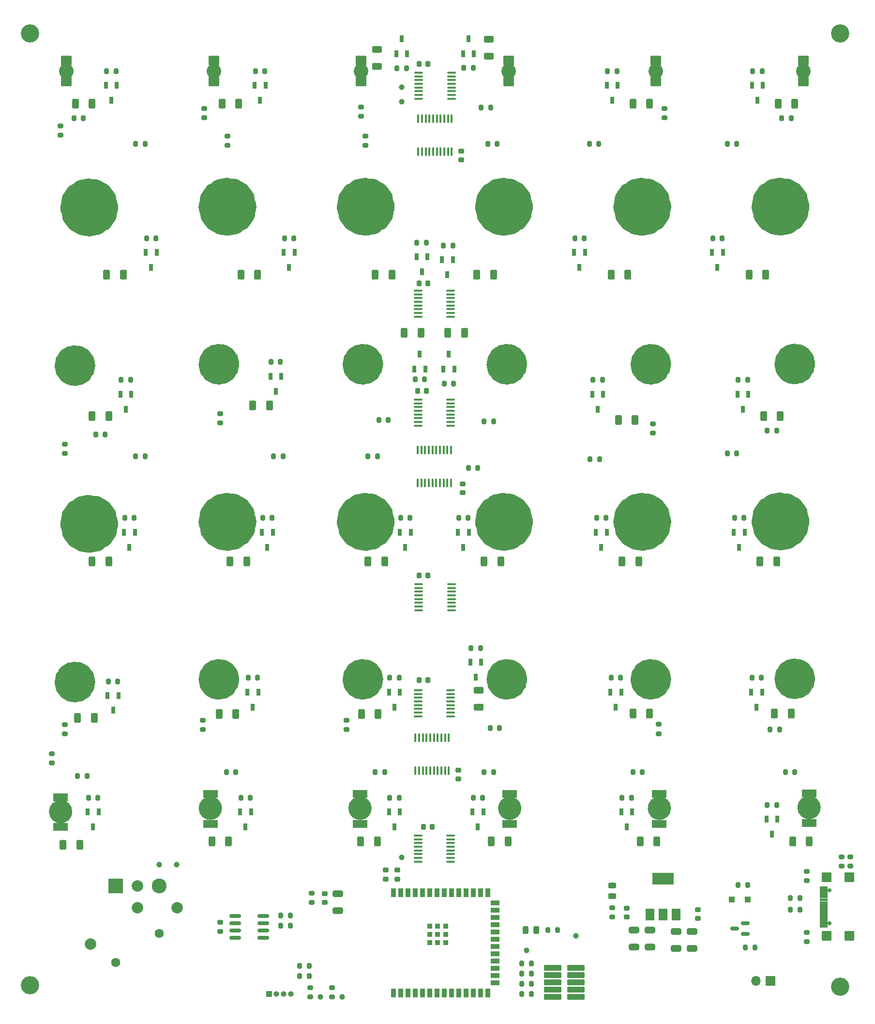
<source format=gbr>
%TF.GenerationSoftware,KiCad,Pcbnew,7.0.7*%
%TF.CreationDate,2024-03-09T11:29:05+01:00*%
%TF.ProjectId,button-board,62757474-6f6e-42d6-926f-6172642e6b69,rev?*%
%TF.SameCoordinates,Original*%
%TF.FileFunction,Soldermask,Bot*%
%TF.FilePolarity,Negative*%
%FSLAX46Y46*%
G04 Gerber Fmt 4.6, Leading zero omitted, Abs format (unit mm)*
G04 Created by KiCad (PCBNEW 7.0.7) date 2024-03-09 11:29:05*
%MOMM*%
%LPD*%
G01*
G04 APERTURE LIST*
G04 Aperture macros list*
%AMRoundRect*
0 Rectangle with rounded corners*
0 $1 Rounding radius*
0 $2 $3 $4 $5 $6 $7 $8 $9 X,Y pos of 4 corners*
0 Add a 4 corners polygon primitive as box body*
4,1,4,$2,$3,$4,$5,$6,$7,$8,$9,$2,$3,0*
0 Add four circle primitives for the rounded corners*
1,1,$1+$1,$2,$3*
1,1,$1+$1,$4,$5*
1,1,$1+$1,$6,$7*
1,1,$1+$1,$8,$9*
0 Add four rect primitives between the rounded corners*
20,1,$1+$1,$2,$3,$4,$5,0*
20,1,$1+$1,$4,$5,$6,$7,0*
20,1,$1+$1,$6,$7,$8,$9,0*
20,1,$1+$1,$8,$9,$2,$3,0*%
%AMFreePoly0*
4,1,43,0.523063,1.365106,0.538902,1.365106,0.551715,1.355796,0.566779,1.350902,0.576088,1.338088,0.588902,1.328779,0.593796,1.313715,0.603106,1.300902,0.603106,1.285062,0.608000,1.270000,0.608000,-1.270000,0.603106,-1.285062,0.603106,-1.300902,0.593796,-1.313715,0.588902,-1.328779,0.576088,-1.338088,0.566779,-1.350902,0.551715,-1.355796,0.538902,-1.365106,0.523063,-1.365106,
0.508000,-1.370000,-0.254000,-1.370000,-0.270926,-1.364500,-0.288710,-1.363783,-0.299590,-1.355187,-0.312779,-1.350902,-0.323241,-1.336501,-0.337205,-1.325470,-0.845205,-0.563470,-0.853042,-0.535569,-0.862000,-0.508000,-0.862000,0.508000,-0.853042,0.535569,-0.845205,0.563470,-0.337205,1.325470,-0.323241,1.336501,-0.312779,1.350902,-0.299590,1.355187,-0.288710,1.363783,-0.270926,1.364500,
-0.254000,1.370000,0.508000,1.370000,0.523063,1.365106,0.523063,1.365106,$1*%
G04 Aperture macros list end*
%ADD10C,2.060000*%
%ADD11C,3.560000*%
%ADD12C,5.060000*%
%ADD13C,0.010000*%
%ADD14FreePoly0,90.000000*%
%ADD15FreePoly0,270.000000*%
%ADD16C,1.600000*%
%ADD17RoundRect,0.102000X1.200000X1.200000X-1.200000X1.200000X-1.200000X-1.200000X1.200000X-1.200000X0*%
%ADD18C,2.004000*%
%ADD19C,2.604000*%
%ADD20C,2.540000*%
%ADD21C,0.700000*%
%ADD22RoundRect,0.102000X-0.750000X0.750000X-0.750000X-0.750000X0.750000X-0.750000X0.750000X0.750000X0*%
%ADD23R,0.900000X0.900000*%
%ADD24R,0.900000X1.500000*%
%ADD25R,1.500000X0.900000*%
%ADD26RoundRect,0.100000X-0.100000X0.637500X-0.100000X-0.637500X0.100000X-0.637500X0.100000X0.637500X0*%
%ADD27C,3.200000*%
%ADD28RoundRect,0.102000X-1.395000X0.370000X-1.395000X-0.370000X1.395000X-0.370000X1.395000X0.370000X0*%
%ADD29RoundRect,0.102000X0.800000X-0.750000X0.800000X0.750000X-0.800000X0.750000X-0.800000X-0.750000X0*%
%ADD30RoundRect,0.229659X1.070341X-0.470341X1.070341X0.470341X-1.070341X0.470341X-1.070341X-0.470341X0*%
%ADD31RoundRect,0.225000X0.250000X-0.225000X0.250000X0.225000X-0.250000X0.225000X-0.250000X-0.225000X0*%
%ADD32RoundRect,0.225000X-0.250000X0.225000X-0.250000X-0.225000X0.250000X-0.225000X0.250000X0.225000X0*%
%ADD33RoundRect,0.225000X-0.225000X-0.250000X0.225000X-0.250000X0.225000X0.250000X-0.225000X0.250000X0*%
%ADD34RoundRect,0.200000X-0.275000X0.200000X-0.275000X-0.200000X0.275000X-0.200000X0.275000X0.200000X0*%
%ADD35R,0.650000X1.220000*%
%ADD36RoundRect,0.200000X0.275000X-0.200000X0.275000X0.200000X-0.275000X0.200000X-0.275000X-0.200000X0*%
%ADD37RoundRect,0.200000X-0.200000X-0.275000X0.200000X-0.275000X0.200000X0.275000X-0.200000X0.275000X0*%
%ADD38RoundRect,0.200000X0.200000X0.275000X-0.200000X0.275000X-0.200000X-0.275000X0.200000X-0.275000X0*%
%ADD39RoundRect,0.100000X0.637500X0.100000X-0.637500X0.100000X-0.637500X-0.100000X0.637500X-0.100000X0*%
%ADD40RoundRect,0.250000X0.312500X0.625000X-0.312500X0.625000X-0.312500X-0.625000X0.312500X-0.625000X0*%
%ADD41RoundRect,0.250000X0.625000X-0.312500X0.625000X0.312500X-0.625000X0.312500X-0.625000X-0.312500X0*%
%ADD42RoundRect,0.250000X-0.312500X-0.625000X0.312500X-0.625000X0.312500X0.625000X-0.312500X0.625000X0*%
%ADD43C,1.000000*%
%ADD44RoundRect,0.250000X-0.650000X0.325000X-0.650000X-0.325000X0.650000X-0.325000X0.650000X0.325000X0*%
%ADD45R,1.500000X2.000000*%
%ADD46R,3.800000X2.000000*%
%ADD47RoundRect,0.150000X0.825000X0.150000X-0.825000X0.150000X-0.825000X-0.150000X0.825000X-0.150000X0*%
%ADD48RoundRect,0.150000X0.587500X0.150000X-0.587500X0.150000X-0.587500X-0.150000X0.587500X-0.150000X0*%
%ADD49RoundRect,0.243750X-0.243750X-0.456250X0.243750X-0.456250X0.243750X0.456250X-0.243750X0.456250X0*%
%ADD50O,1.700000X1.700000*%
%ADD51R,1.700000X1.700000*%
%ADD52RoundRect,0.243750X-0.456250X0.243750X-0.456250X-0.243750X0.456250X-0.243750X0.456250X0.243750X0*%
%ADD53RoundRect,0.250000X-0.300000X-0.300000X0.300000X-0.300000X0.300000X0.300000X-0.300000X0.300000X0*%
%ADD54R,1.000000X1.000000*%
%ADD55O,1.000000X1.000000*%
G04 APERTURE END LIST*
%TO.C,P5*%
D10*
X111139478Y30913200D02*
G75*
G03*
X111139478Y30913200I-1030000J0D01*
G01*
%TO.C,P6*%
X137326400Y31038800D02*
G75*
G03*
X137326400Y31038800I-1030000J0D01*
G01*
%TO.C,P1*%
X6391802Y30327600D02*
G75*
G03*
X6391802Y30327600I-1030000J0D01*
G01*
%TO.C,P3*%
X58765640Y30913200D02*
G75*
G03*
X58765640Y30913200I-1030000J0D01*
G01*
%TO.C,P4*%
X84952559Y30913200D02*
G75*
G03*
X84952559Y30913200I-1030000J0D01*
G01*
%TO.C,P2*%
X32578721Y30913200D02*
G75*
G03*
X32578721Y30913200I-1030000J0D01*
G01*
%TO.C,P9*%
D11*
X60015640Y53449765D02*
G75*
G03*
X60015640Y53449765I-1780000J0D01*
G01*
%TO.C,P7*%
X9641802Y52981285D02*
G75*
G03*
X9641802Y52981285I-1780000J0D01*
G01*
%TO.C,P11*%
X110389478Y53449765D02*
G75*
G03*
X110389478Y53449765I-1780000J0D01*
G01*
%TO.C,P12*%
X135576400Y53550245D02*
G75*
G03*
X135576400Y53550245I-1780000J0D01*
G01*
%TO.C,P10*%
X85202559Y53449765D02*
G75*
G03*
X85202559Y53449765I-1780000J0D01*
G01*
%TO.C,P8*%
X34828721Y53449765D02*
G75*
G03*
X34828721Y53449765I-1780000J0D01*
G01*
%TO.C,P18*%
D12*
X133826402Y81061684D02*
G75*
G03*
X133826402Y81061684I-2530000J0D01*
G01*
%TO.C,P17*%
X109639480Y80986324D02*
G75*
G03*
X109639480Y80986324I-2530000J0D01*
G01*
%TO.C,P16*%
X85452560Y80986324D02*
G75*
G03*
X85452560Y80986324I-2530000J0D01*
G01*
%TO.C,P15*%
X61265640Y80986324D02*
G75*
G03*
X61265640Y80986324I-2530000J0D01*
G01*
%TO.C,P14*%
X37078720Y80986324D02*
G75*
G03*
X37078720Y80986324I-2530000J0D01*
G01*
%TO.C,P13*%
X12891800Y80634964D02*
G75*
G03*
X12891800Y80634964I-2530000J0D01*
G01*
%TO.C,P24*%
D11*
X135576400Y108573123D02*
G75*
G03*
X135576400Y108573123I-1780000J0D01*
G01*
%TO.C,P23*%
X110389478Y108522883D02*
G75*
G03*
X110389478Y108522883I-1780000J0D01*
G01*
%TO.C,P22*%
X85202559Y108522883D02*
G75*
G03*
X85202559Y108522883I-1780000J0D01*
G01*
%TO.C,P21*%
X60015640Y108522883D02*
G75*
G03*
X60015640Y108522883I-1780000J0D01*
G01*
%TO.C,P20*%
X34828721Y108522883D02*
G75*
G03*
X34828721Y108522883I-1780000J0D01*
G01*
%TO.C,P19*%
X9641802Y108288643D02*
G75*
G03*
X9641802Y108288643I-1780000J0D01*
G01*
%TO.C,P29*%
D12*
X109639480Y136059442D02*
G75*
G03*
X109639480Y136059442I-2530000J0D01*
G01*
%TO.C,P26*%
X37078720Y136059442D02*
G75*
G03*
X37078720Y136059442I-2530000J0D01*
G01*
%TO.C,P27*%
X61265640Y136059442D02*
G75*
G03*
X61265640Y136059442I-2530000J0D01*
G01*
%TO.C,P30*%
X133826402Y136084562D02*
G75*
G03*
X133826402Y136084562I-2530000J0D01*
G01*
%TO.C,P28*%
X85452560Y136059442D02*
G75*
G03*
X85452560Y136059442I-2530000J0D01*
G01*
%TO.C,P25*%
X12891800Y135942322D02*
G75*
G03*
X12891800Y135942322I-2530000J0D01*
G01*
%TO.C,J2*%
D13*
X139439000Y16566000D02*
X138189000Y16566000D01*
X138189000Y17266000D01*
X139439000Y17266000D01*
X139439000Y16566000D01*
G36*
X139439000Y16566000D02*
G01*
X138189000Y16566000D01*
X138189000Y17266000D01*
X139439000Y17266000D01*
X139439000Y16566000D01*
G37*
X139439000Y15766000D02*
X138189000Y15766000D01*
X138189000Y16466000D01*
X139439000Y16466000D01*
X139439000Y15766000D01*
G36*
X139439000Y15766000D02*
G01*
X138189000Y15766000D01*
X138189000Y16466000D01*
X139439000Y16466000D01*
X139439000Y15766000D01*
G37*
X139439000Y15266000D02*
X138189000Y15266000D01*
X138189000Y15666000D01*
X139439000Y15666000D01*
X139439000Y15266000D01*
G36*
X139439000Y15266000D02*
G01*
X138189000Y15266000D01*
X138189000Y15666000D01*
X139439000Y15666000D01*
X139439000Y15266000D01*
G37*
X139439000Y14766000D02*
X138189000Y14766000D01*
X138189000Y15166000D01*
X139439000Y15166000D01*
X139439000Y14766000D01*
G36*
X139439000Y14766000D02*
G01*
X138189000Y14766000D01*
X138189000Y15166000D01*
X139439000Y15166000D01*
X139439000Y14766000D01*
G37*
X139439000Y14266000D02*
X138189000Y14266000D01*
X138189000Y14666000D01*
X139439000Y14666000D01*
X139439000Y14266000D01*
G36*
X139439000Y14266000D02*
G01*
X138189000Y14266000D01*
X138189000Y14666000D01*
X139439000Y14666000D01*
X139439000Y14266000D01*
G37*
X139439000Y13766000D02*
X138189000Y13766000D01*
X138189000Y14166000D01*
X139439000Y14166000D01*
X139439000Y13766000D01*
G36*
X139439000Y13766000D02*
G01*
X138189000Y13766000D01*
X138189000Y14166000D01*
X139439000Y14166000D01*
X139439000Y13766000D01*
G37*
X139439000Y13266000D02*
X138189000Y13266000D01*
X138189000Y13666000D01*
X139439000Y13666000D01*
X139439000Y13266000D01*
G36*
X139439000Y13266000D02*
G01*
X138189000Y13266000D01*
X138189000Y13666000D01*
X139439000Y13666000D01*
X139439000Y13266000D01*
G37*
X139439000Y12766000D02*
X138189000Y12766000D01*
X138189000Y13166000D01*
X139439000Y13166000D01*
X139439000Y12766000D01*
G36*
X139439000Y12766000D02*
G01*
X138189000Y12766000D01*
X138189000Y13166000D01*
X139439000Y13166000D01*
X139439000Y12766000D01*
G37*
X139439000Y12266000D02*
X138189000Y12266000D01*
X138189000Y12666000D01*
X139439000Y12666000D01*
X139439000Y12266000D01*
G36*
X139439000Y12266000D02*
G01*
X138189000Y12266000D01*
X138189000Y12666000D01*
X139439000Y12666000D01*
X139439000Y12266000D01*
G37*
X139439000Y11766000D02*
X138189000Y11766000D01*
X138189000Y12166000D01*
X139439000Y12166000D01*
X139439000Y11766000D01*
G36*
X139439000Y11766000D02*
G01*
X138189000Y11766000D01*
X138189000Y12166000D01*
X139439000Y12166000D01*
X139439000Y11766000D01*
G37*
X139439000Y10966000D02*
X138189000Y10966000D01*
X138189000Y11666000D01*
X139439000Y11666000D01*
X139439000Y10966000D01*
G36*
X139439000Y10966000D02*
G01*
X138189000Y10966000D01*
X138189000Y11666000D01*
X139439000Y11666000D01*
X139439000Y10966000D01*
G37*
X139439000Y10166000D02*
X138189000Y10166000D01*
X138189000Y10866000D01*
X139439000Y10866000D01*
X139439000Y10166000D01*
G36*
X139439000Y10166000D02*
G01*
X138189000Y10166000D01*
X138189000Y10866000D01*
X139439000Y10866000D01*
X139439000Y10166000D01*
G37*
%TD*%
D14*
%TO.C,D22*%
X7861802Y105824643D03*
D15*
X7861802Y110650643D03*
%TD*%
D14*
%TO.C,D27*%
X133796400Y106120000D03*
D15*
X133796400Y110946000D03*
%TD*%
D14*
%TO.C,D26*%
X108609478Y106058883D03*
D15*
X108609478Y110884883D03*
%TD*%
D14*
%TO.C,D25*%
X83422559Y106058883D03*
D15*
X83422559Y110884883D03*
%TD*%
D14*
%TO.C,D24*%
X58235640Y106058883D03*
D15*
X58235640Y110884883D03*
%TD*%
D14*
%TO.C,D23*%
X33048721Y106058883D03*
D15*
X33048721Y110884883D03*
%TD*%
D16*
%TO.C,J5*%
X22606000Y9063500D03*
X14986000Y3983500D03*
D17*
X14986000Y17323500D03*
D18*
X18796000Y13513500D03*
X18796000Y17323500D03*
X25776000Y13513500D03*
D19*
X22606000Y17323500D03*
D18*
X10546000Y7153500D03*
%TD*%
D20*
%TO.C,P33*%
X57935640Y159766000D03*
%TD*%
%TO.C,P31*%
X6361802Y159766000D03*
%TD*%
%TO.C,P36*%
X135296400Y159766000D03*
%TD*%
%TO.C,P32*%
X32148721Y159766000D03*
%TD*%
%TO.C,P34*%
X83722559Y159766000D03*
%TD*%
%TO.C,P35*%
X109509478Y159766000D03*
%TD*%
D21*
%TO.C,J2*%
X139889000Y16606000D03*
X139889000Y10826000D03*
D22*
X139389000Y18836000D03*
X143319000Y18836000D03*
X139389000Y8596000D03*
X143319000Y8596000D03*
%TD*%
D23*
%TO.C,U2*%
X72698000Y7466000D03*
X71298000Y7466000D03*
X69898000Y7466000D03*
X72698000Y8866000D03*
X71298000Y8866000D03*
X69898000Y8866000D03*
X69898000Y8866000D03*
X72698000Y10266000D03*
X72698000Y10266000D03*
X71298000Y10266000D03*
X69898000Y10266000D03*
D24*
X63578000Y-1384000D03*
X64848000Y-1384000D03*
X66118000Y-1384000D03*
X67388000Y-1384000D03*
X68658000Y-1384000D03*
X69928000Y-1384000D03*
X71198000Y-1384000D03*
X72468000Y-1384000D03*
X73738000Y-1384000D03*
X75008000Y-1384000D03*
X76278000Y-1384000D03*
X77548000Y-1384000D03*
X78818000Y-1384000D03*
X80088000Y-1384000D03*
D25*
X81338000Y381000D03*
X81338000Y1651000D03*
X81338000Y2921000D03*
X81338000Y4191000D03*
X81338000Y5461000D03*
X81338000Y6731000D03*
X81338000Y8001000D03*
X81338000Y9271000D03*
X81338000Y10541000D03*
X81338000Y11811000D03*
X81338000Y13081000D03*
X81338000Y14351000D03*
D24*
X80088000Y16116000D03*
X78818000Y16116000D03*
X77548000Y16116000D03*
X76278000Y16116000D03*
X75008000Y16116000D03*
X73738000Y16116000D03*
X72468000Y16116000D03*
X71198000Y16116000D03*
X69928000Y16116000D03*
X68658000Y16116000D03*
X67388000Y16116000D03*
X66118000Y16116000D03*
X64848000Y16116000D03*
X63578000Y16116000D03*
%TD*%
D26*
%TO.C,U10*%
X67433000Y43248500D03*
X68083000Y43248500D03*
X68733000Y43248500D03*
X69383000Y43248500D03*
X70033000Y43248500D03*
X70683000Y43248500D03*
X71333000Y43248500D03*
X71983000Y43248500D03*
X72633000Y43248500D03*
X73283000Y43248500D03*
X73283000Y37523500D03*
X72633000Y37523500D03*
X71983000Y37523500D03*
X71333000Y37523500D03*
X70683000Y37523500D03*
X70033000Y37523500D03*
X69383000Y37523500D03*
X68733000Y37523500D03*
X68083000Y37523500D03*
X67433000Y37523500D03*
%TD*%
D27*
%TO.C,H2*%
X141732000Y166370000D03*
%TD*%
D28*
%TO.C,J3*%
X91437000Y-2032000D03*
X95507000Y-2032000D03*
X91437000Y-762000D03*
X95507000Y-762000D03*
X91437000Y508000D03*
X95507000Y508000D03*
X91437000Y1778000D03*
X95507000Y1778000D03*
X91437000Y3048000D03*
X95507000Y3048000D03*
%TD*%
D29*
%TO.C,D39*%
X135296400Y157966000D03*
X135296400Y161566000D03*
%TD*%
%TO.C,D38*%
X109509478Y157966000D03*
X109509478Y161566000D03*
%TD*%
%TO.C,D37*%
X83722559Y157966000D03*
X83722559Y161566000D03*
%TD*%
%TO.C,D36*%
X57935640Y157966000D03*
X57935640Y161566000D03*
%TD*%
%TO.C,D35*%
X32148721Y157966000D03*
X32148721Y161566000D03*
%TD*%
%TO.C,D34*%
X6361802Y157966000D03*
X6361802Y161566000D03*
%TD*%
D30*
%TO.C,D15*%
X133796400Y50850245D03*
X133796400Y56050245D03*
%TD*%
%TO.C,D14*%
X108609478Y50749765D03*
X108609478Y55949765D03*
%TD*%
%TO.C,D13*%
X83422559Y50749765D03*
X83422559Y55949765D03*
%TD*%
%TO.C,D12*%
X58235640Y50749765D03*
X58235640Y55949765D03*
%TD*%
%TO.C,D11*%
X33048721Y50749765D03*
X33048721Y55949765D03*
%TD*%
%TO.C,D10*%
X7874000Y50281285D03*
X7874000Y55481285D03*
%TD*%
%TO.C,D33*%
X131296402Y133384562D03*
X131296402Y138584562D03*
%TD*%
%TO.C,D32*%
X107109480Y133359442D03*
X107109480Y138559442D03*
%TD*%
%TO.C,D31*%
X82922560Y133359442D03*
X82922560Y138559442D03*
%TD*%
%TO.C,D30*%
X58735640Y133359442D03*
X58735640Y138559442D03*
%TD*%
%TO.C,D29*%
X34548720Y133359442D03*
X34548720Y138559442D03*
%TD*%
%TO.C,D28*%
X10361800Y133242322D03*
X10361800Y138442322D03*
%TD*%
%TO.C,D21*%
X131296402Y78361684D03*
X131296402Y83561684D03*
%TD*%
%TO.C,D20*%
X107109480Y78286324D03*
X107109480Y83486324D03*
%TD*%
%TO.C,D19*%
X82922560Y78286324D03*
X82922560Y83486324D03*
%TD*%
%TO.C,D18*%
X58735640Y78286324D03*
X58735640Y83486324D03*
%TD*%
%TO.C,D17*%
X34548720Y78286324D03*
X34548720Y83486324D03*
%TD*%
%TO.C,D16*%
X10361800Y77934964D03*
X10361800Y83134964D03*
%TD*%
%TO.C,D4*%
X5361802Y32827600D03*
X5361802Y27627600D03*
%TD*%
%TO.C,D7*%
X83922559Y28213200D03*
X83922559Y33413200D03*
%TD*%
%TO.C,D9*%
X136296400Y28338800D03*
X136296400Y33538800D03*
%TD*%
%TO.C,D8*%
X110109478Y28213200D03*
X110109478Y33413200D03*
%TD*%
%TO.C,D6*%
X57735640Y28213200D03*
X57735640Y33413200D03*
%TD*%
%TO.C,D5*%
X31548721Y33413200D03*
X31548721Y28213200D03*
%TD*%
D31*
%TO.C,C9*%
X64247000Y20092000D03*
X64247000Y18542000D03*
%TD*%
%TO.C,C7*%
X62245000Y18542000D03*
X62245000Y20092000D03*
%TD*%
D32*
%TO.C,C19*%
X75438000Y145809000D03*
X75438000Y144259000D03*
%TD*%
%TO.C,C18*%
X75692000Y87643000D03*
X75692000Y86093000D03*
%TD*%
%TO.C,C17*%
X74930000Y37605000D03*
X74930000Y36055000D03*
%TD*%
D33*
%TO.C,C16*%
X68059000Y161036000D03*
X69609000Y161036000D03*
%TD*%
%TO.C,C15*%
X68059000Y122682000D03*
X69609000Y122682000D03*
%TD*%
%TO.C,C14*%
X67805000Y103886000D03*
X69355000Y103886000D03*
%TD*%
%TO.C,C13*%
X68059000Y71628000D03*
X69609000Y71628000D03*
%TD*%
%TO.C,C12*%
X68059000Y53340000D03*
X69609000Y53340000D03*
%TD*%
%TO.C,C11*%
X68821000Y27686000D03*
X70371000Y27686000D03*
%TD*%
D34*
%TO.C,R1*%
X143510000Y20765000D03*
X143510000Y22415000D03*
%TD*%
%TO.C,R135*%
X33274000Y10985000D03*
X33274000Y9335000D03*
%TD*%
D35*
%TO.C,Q34*%
X65974000Y162774000D03*
X64074000Y162774000D03*
X65024000Y165394000D03*
%TD*%
D36*
%TO.C,R106*%
X109982000Y43942000D03*
X109982000Y45592000D03*
%TD*%
D26*
%TO.C,U12*%
X67941000Y151452500D03*
X68591000Y151452500D03*
X69241000Y151452500D03*
X69891000Y151452500D03*
X70541000Y151452500D03*
X71191000Y151452500D03*
X71841000Y151452500D03*
X72491000Y151452500D03*
X73141000Y151452500D03*
X73791000Y151452500D03*
X73791000Y145727500D03*
X73141000Y145727500D03*
X72491000Y145727500D03*
X71841000Y145727500D03*
X71191000Y145727500D03*
X70541000Y145727500D03*
X69891000Y145727500D03*
X69241000Y145727500D03*
X68591000Y145727500D03*
X67941000Y145727500D03*
%TD*%
D36*
%TO.C,R134*%
X5334000Y148527000D03*
X5334000Y150177000D03*
%TD*%
D37*
%TO.C,R133*%
X131509000Y151511000D03*
X133159000Y151511000D03*
%TD*%
D36*
%TO.C,R132*%
X110998000Y151575000D03*
X110998000Y153225000D03*
%TD*%
D37*
%TO.C,R131*%
X78931000Y153416000D03*
X80581000Y153416000D03*
%TD*%
D36*
%TO.C,R130*%
X57912000Y153479000D03*
X57912000Y151829000D03*
%TD*%
%TO.C,R129*%
X30480000Y151575000D03*
X30480000Y153225000D03*
%TD*%
D38*
%TO.C,R128*%
X9334000Y151511000D03*
X7684000Y151511000D03*
%TD*%
D37*
%TO.C,R127*%
X121984000Y147066000D03*
X123634000Y147066000D03*
%TD*%
%TO.C,R126*%
X97854000Y147066000D03*
X99504000Y147066000D03*
%TD*%
%TO.C,R125*%
X80074000Y147066000D03*
X81724000Y147066000D03*
%TD*%
D34*
%TO.C,R124*%
X58674000Y148399000D03*
X58674000Y146749000D03*
%TD*%
%TO.C,R123*%
X34544000Y148399000D03*
X34544000Y146749000D03*
%TD*%
D38*
%TO.C,R122*%
X20129000Y147066000D03*
X18479000Y147066000D03*
%TD*%
D39*
%TO.C,U9*%
X67876500Y121401000D03*
X67876500Y120751000D03*
X67876500Y120101000D03*
X67876500Y119451000D03*
X67876500Y118801000D03*
X67876500Y118151000D03*
X67876500Y117501000D03*
X67876500Y116851000D03*
X73601500Y116851000D03*
X73601500Y117501000D03*
X73601500Y118151000D03*
X73601500Y118801000D03*
X73601500Y119451000D03*
X73601500Y120101000D03*
X73601500Y120751000D03*
X73601500Y121401000D03*
%TD*%
%TO.C,U7*%
X73728500Y70093000D03*
X73728500Y69443000D03*
X73728500Y68793000D03*
X73728500Y68143000D03*
X73728500Y67493000D03*
X73728500Y66843000D03*
X73728500Y66193000D03*
X73728500Y65543000D03*
X68003500Y65543000D03*
X68003500Y66193000D03*
X68003500Y66843000D03*
X68003500Y67493000D03*
X68003500Y68143000D03*
X68003500Y68793000D03*
X68003500Y69443000D03*
X68003500Y70093000D03*
%TD*%
%TO.C,U8*%
X73728500Y159501000D03*
X73728500Y158851000D03*
X73728500Y158201000D03*
X73728500Y157551000D03*
X73728500Y156901000D03*
X73728500Y156251000D03*
X73728500Y155601000D03*
X73728500Y154951000D03*
X68003500Y154951000D03*
X68003500Y155601000D03*
X68003500Y156251000D03*
X68003500Y156901000D03*
X68003500Y157551000D03*
X68003500Y158201000D03*
X68003500Y158851000D03*
X68003500Y159501000D03*
%TD*%
%TO.C,U6*%
X73601500Y102351000D03*
X73601500Y101701000D03*
X73601500Y101051000D03*
X73601500Y100401000D03*
X73601500Y99751000D03*
X73601500Y99101000D03*
X73601500Y98451000D03*
X73601500Y97801000D03*
X67876500Y97801000D03*
X67876500Y98451000D03*
X67876500Y99101000D03*
X67876500Y99751000D03*
X67876500Y100401000D03*
X67876500Y101051000D03*
X67876500Y101701000D03*
X67876500Y102351000D03*
%TD*%
D26*
%TO.C,U11*%
X67814000Y93540500D03*
X68464000Y93540500D03*
X69114000Y93540500D03*
X69764000Y93540500D03*
X70414000Y93540500D03*
X71064000Y93540500D03*
X71714000Y93540500D03*
X72364000Y93540500D03*
X73014000Y93540500D03*
X73664000Y93540500D03*
X73664000Y87815500D03*
X73014000Y87815500D03*
X72364000Y87815500D03*
X71714000Y87815500D03*
X71064000Y87815500D03*
X70414000Y87815500D03*
X69764000Y87815500D03*
X69114000Y87815500D03*
X68464000Y87815500D03*
X67814000Y87815500D03*
%TD*%
D39*
%TO.C,U4*%
X67876500Y51551000D03*
X67876500Y50901000D03*
X67876500Y50251000D03*
X67876500Y49601000D03*
X67876500Y48951000D03*
X67876500Y48301000D03*
X67876500Y47651000D03*
X67876500Y47001000D03*
X73601500Y47001000D03*
X73601500Y47651000D03*
X73601500Y48301000D03*
X73601500Y48951000D03*
X73601500Y49601000D03*
X73601500Y50251000D03*
X73601500Y50901000D03*
X73601500Y51551000D03*
%TD*%
D40*
%TO.C,R95*%
X133796500Y154051000D03*
X130871500Y154051000D03*
%TD*%
D37*
%TO.C,R94*%
X126429000Y159766000D03*
X128079000Y159766000D03*
%TD*%
D40*
%TO.C,R93*%
X108396500Y154051000D03*
X105471500Y154051000D03*
%TD*%
D37*
%TO.C,R92*%
X101029000Y159766000D03*
X102679000Y159766000D03*
%TD*%
D41*
%TO.C,R91*%
X80264000Y162367500D03*
X80264000Y165292500D03*
%TD*%
D38*
%TO.C,R90*%
X77533000Y160296000D03*
X75883000Y160296000D03*
%TD*%
D41*
%TO.C,R89*%
X60706000Y160589500D03*
X60706000Y163514500D03*
%TD*%
D38*
%TO.C,R88*%
X65849000Y160274000D03*
X64199000Y160274000D03*
%TD*%
D42*
%TO.C,R87*%
X33589500Y154051000D03*
X36514500Y154051000D03*
%TD*%
D37*
%TO.C,R86*%
X39434000Y159766000D03*
X41084000Y159766000D03*
%TD*%
D42*
%TO.C,R85*%
X7935500Y154051000D03*
X10860500Y154051000D03*
%TD*%
D37*
%TO.C,R84*%
X13399000Y159766000D03*
X15049000Y159766000D03*
%TD*%
D40*
%TO.C,R71*%
X131256500Y99441000D03*
X128331500Y99441000D03*
%TD*%
D37*
%TO.C,R70*%
X123889000Y105791000D03*
X125539000Y105791000D03*
%TD*%
D40*
%TO.C,R69*%
X105856500Y98806000D03*
X102931500Y98806000D03*
%TD*%
D37*
%TO.C,R68*%
X98489000Y105791000D03*
X100139000Y105791000D03*
%TD*%
D40*
%TO.C,R67*%
X76011500Y114046000D03*
X73086500Y114046000D03*
%TD*%
D38*
%TO.C,R66*%
X74104000Y105156000D03*
X72454000Y105156000D03*
%TD*%
D42*
%TO.C,R65*%
X65466500Y114046000D03*
X68391500Y114046000D03*
%TD*%
D38*
%TO.C,R64*%
X69024000Y105918000D03*
X67374000Y105918000D03*
%TD*%
D42*
%TO.C,R63*%
X38985000Y101346000D03*
X41910000Y101346000D03*
%TD*%
D37*
%TO.C,R62*%
X42167000Y108926000D03*
X43817000Y108926000D03*
%TD*%
D42*
%TO.C,R61*%
X10856500Y99441000D03*
X13781500Y99441000D03*
%TD*%
D37*
%TO.C,R60*%
X15939000Y105791000D03*
X17589000Y105791000D03*
%TD*%
%TO.C,R46*%
X126301040Y53717953D03*
X127951040Y53717953D03*
%TD*%
%TO.C,R44*%
X101664000Y53721000D03*
X103314000Y53721000D03*
%TD*%
%TO.C,R42*%
X77153000Y58928000D03*
X78803000Y58928000D03*
%TD*%
%TO.C,R40*%
X62929000Y53721000D03*
X64579000Y53721000D03*
%TD*%
D36*
%TO.C,R108*%
X3810000Y40449000D03*
X3810000Y38799000D03*
%TD*%
D37*
%TO.C,R107*%
X129477000Y44704000D03*
X131127000Y44704000D03*
%TD*%
%TO.C,R105*%
X80518000Y44958000D03*
X82168000Y44958000D03*
%TD*%
D36*
%TO.C,R104*%
X55372000Y44641000D03*
X55372000Y46291000D03*
%TD*%
%TO.C,R103*%
X30226000Y44641000D03*
X30226000Y46291000D03*
%TD*%
D37*
%TO.C,R38*%
X38164000Y53721000D03*
X39814000Y53721000D03*
%TD*%
D36*
%TO.C,R102*%
X6096000Y43879000D03*
X6096000Y45529000D03*
%TD*%
D37*
%TO.C,R101*%
X132144000Y37211000D03*
X133794000Y37211000D03*
%TD*%
%TO.C,R100*%
X105474000Y37211000D03*
X107124000Y37211000D03*
%TD*%
%TO.C,R99*%
X79439000Y37211000D03*
X81089000Y37211000D03*
%TD*%
D38*
%TO.C,R98*%
X62039000Y37211000D03*
X60389000Y37211000D03*
%TD*%
%TO.C,R97*%
X36004000Y37211000D03*
X34354000Y37211000D03*
%TD*%
%TO.C,R96*%
X9969000Y36576000D03*
X8319000Y36576000D03*
%TD*%
D37*
%TO.C,R36*%
X13707162Y53086000D03*
X15357162Y53086000D03*
%TD*%
D40*
%TO.C,R47*%
X133161500Y47498000D03*
X130236500Y47498000D03*
%TD*%
%TO.C,R45*%
X108396500Y47498000D03*
X105471500Y47498000D03*
%TD*%
%TO.C,R83*%
X128716500Y124206000D03*
X125791500Y124206000D03*
%TD*%
D37*
%TO.C,R82*%
X119444000Y130556000D03*
X121094000Y130556000D03*
%TD*%
D40*
%TO.C,R81*%
X104586500Y124206000D03*
X101661500Y124206000D03*
%TD*%
D37*
%TO.C,R80*%
X95314000Y130556000D03*
X96964000Y130556000D03*
%TD*%
D40*
%TO.C,R79*%
X81091500Y124206000D03*
X78166500Y124206000D03*
%TD*%
D41*
%TO.C,R43*%
X78486000Y48575500D03*
X78486000Y51500500D03*
%TD*%
D42*
%TO.C,R41*%
X57973500Y47371000D03*
X60898500Y47371000D03*
%TD*%
D37*
%TO.C,R78*%
X72327000Y129286000D03*
X73977000Y129286000D03*
%TD*%
D42*
%TO.C,R77*%
X60386500Y124206000D03*
X63311500Y124206000D03*
%TD*%
D37*
%TO.C,R76*%
X67692000Y129794000D03*
X69342000Y129794000D03*
%TD*%
D42*
%TO.C,R75*%
X36891500Y124206000D03*
X39816500Y124206000D03*
%TD*%
D37*
%TO.C,R74*%
X44514000Y130556000D03*
X46164000Y130556000D03*
%TD*%
D42*
%TO.C,R73*%
X13396500Y124206000D03*
X16321500Y124206000D03*
%TD*%
D37*
%TO.C,R72*%
X20384000Y130556000D03*
X22034000Y130556000D03*
%TD*%
D36*
%TO.C,R121*%
X6096000Y92901000D03*
X6096000Y94551000D03*
%TD*%
D40*
%TO.C,R59*%
X130621500Y74041000D03*
X127696500Y74041000D03*
%TD*%
D37*
%TO.C,R58*%
X123254000Y81661000D03*
X124904000Y81661000D03*
%TD*%
D40*
%TO.C,R57*%
X106491500Y74041000D03*
X103566500Y74041000D03*
%TD*%
D37*
%TO.C,R56*%
X99124000Y81661000D03*
X100774000Y81661000D03*
%TD*%
%TO.C,R120*%
X128969000Y96901000D03*
X130619000Y96901000D03*
%TD*%
D36*
%TO.C,R119*%
X108966000Y96457000D03*
X108966000Y98107000D03*
%TD*%
D40*
%TO.C,R55*%
X82361500Y74041000D03*
X79436500Y74041000D03*
%TD*%
D37*
%TO.C,R118*%
X79439000Y98552000D03*
X81089000Y98552000D03*
%TD*%
D38*
%TO.C,R117*%
X61024000Y98806000D03*
X62674000Y98806000D03*
%TD*%
D36*
%TO.C,R116*%
X33274000Y98235000D03*
X33274000Y99885000D03*
%TD*%
D37*
%TO.C,R54*%
X74994000Y81661000D03*
X76644000Y81661000D03*
%TD*%
D38*
%TO.C,R115*%
X13144000Y96266000D03*
X11494000Y96266000D03*
%TD*%
D37*
%TO.C,R114*%
X123634000Y92964000D03*
X121984000Y92964000D03*
%TD*%
%TO.C,R113*%
X99631000Y91948000D03*
X97981000Y91948000D03*
%TD*%
%TO.C,R112*%
X76685709Y90424000D03*
X78335709Y90424000D03*
%TD*%
D38*
%TO.C,R111*%
X60769000Y92456000D03*
X59119000Y92456000D03*
%TD*%
D42*
%TO.C,R53*%
X59116500Y74041000D03*
X62041500Y74041000D03*
%TD*%
D37*
%TO.C,R52*%
X64834000Y81661000D03*
X66484000Y81661000D03*
%TD*%
D42*
%TO.C,R51*%
X34986500Y74041000D03*
X37911500Y74041000D03*
%TD*%
D37*
%TO.C,R50*%
X40704000Y81661000D03*
X42354000Y81661000D03*
%TD*%
D42*
%TO.C,R49*%
X10856500Y74041000D03*
X13781500Y74041000D03*
%TD*%
D37*
%TO.C,R48*%
X16574000Y81661000D03*
X18224000Y81661000D03*
%TD*%
D38*
%TO.C,R110*%
X44259000Y92456000D03*
X42609000Y92456000D03*
%TD*%
%TO.C,R109*%
X20129000Y92456000D03*
X18479000Y92456000D03*
%TD*%
D42*
%TO.C,R39*%
X33081500Y47371000D03*
X36006500Y47371000D03*
%TD*%
%TO.C,R37*%
X8316500Y46736000D03*
X11241500Y46736000D03*
%TD*%
D35*
%TO.C,Q37*%
X126304000Y157266000D03*
X128204000Y157266000D03*
X127254000Y154646000D03*
%TD*%
%TO.C,Q36*%
X100904000Y157266000D03*
X102804000Y157266000D03*
X101854000Y154646000D03*
%TD*%
%TO.C,Q35*%
X77658000Y162796000D03*
X75758000Y162796000D03*
X76708000Y165416000D03*
%TD*%
%TO.C,Q33*%
X39309000Y157266000D03*
X41209000Y157266000D03*
X40259000Y154646000D03*
%TD*%
%TO.C,Q32*%
X13274000Y157266000D03*
X15174000Y157266000D03*
X14224000Y154646000D03*
%TD*%
%TO.C,Q25*%
X123764000Y103291000D03*
X125664000Y103291000D03*
X124714000Y100671000D03*
%TD*%
%TO.C,Q24*%
X98364000Y103291000D03*
X100264000Y103291000D03*
X99314000Y100671000D03*
%TD*%
%TO.C,Q23*%
X74229000Y107656000D03*
X72329000Y107656000D03*
X73279000Y110276000D03*
%TD*%
%TO.C,Q22*%
X69149000Y107656000D03*
X67249000Y107656000D03*
X68199000Y110276000D03*
%TD*%
%TO.C,Q21*%
X42042000Y106426000D03*
X43942000Y106426000D03*
X42992000Y103806000D03*
%TD*%
%TO.C,Q20*%
X15814000Y103291000D03*
X17714000Y103291000D03*
X16764000Y100671000D03*
%TD*%
%TO.C,Q13*%
X126176040Y51217953D03*
X128076040Y51217953D03*
X127126040Y48597953D03*
%TD*%
%TO.C,Q12*%
X101539000Y51221000D03*
X103439000Y51221000D03*
X102489000Y48601000D03*
%TD*%
%TO.C,Q11*%
X77028000Y56428000D03*
X78928000Y56428000D03*
X77978000Y53808000D03*
%TD*%
%TO.C,Q10*%
X62804000Y51221000D03*
X64704000Y51221000D03*
X63754000Y48601000D03*
%TD*%
%TO.C,Q9*%
X38039000Y51221000D03*
X39939000Y51221000D03*
X38989000Y48601000D03*
%TD*%
%TO.C,Q8*%
X13582162Y50648993D03*
X15482162Y50648993D03*
X14532162Y48028993D03*
%TD*%
%TO.C,Q31*%
X119319000Y128056000D03*
X121219000Y128056000D03*
X120269000Y125436000D03*
%TD*%
%TO.C,Q30*%
X95189000Y128056000D03*
X97089000Y128056000D03*
X96139000Y125436000D03*
%TD*%
%TO.C,Q29*%
X72075000Y126786000D03*
X73975000Y126786000D03*
X73025000Y124166000D03*
%TD*%
%TO.C,Q28*%
X67630000Y127294000D03*
X69530000Y127294000D03*
X68580000Y124674000D03*
%TD*%
%TO.C,Q27*%
X44389000Y128056000D03*
X46289000Y128056000D03*
X45339000Y125436000D03*
%TD*%
%TO.C,Q26*%
X20259000Y128056000D03*
X22159000Y128056000D03*
X21209000Y125436000D03*
%TD*%
%TO.C,Q19*%
X123129000Y79161000D03*
X125029000Y79161000D03*
X124079000Y76541000D03*
%TD*%
%TO.C,Q18*%
X98999000Y79161000D03*
X100899000Y79161000D03*
X99949000Y76541000D03*
%TD*%
%TO.C,Q17*%
X74869000Y79161000D03*
X76769000Y79161000D03*
X75819000Y76541000D03*
%TD*%
%TO.C,Q16*%
X64709000Y79161000D03*
X66609000Y79161000D03*
X65659000Y76541000D03*
%TD*%
%TO.C,Q15*%
X40579000Y79161000D03*
X42479000Y79161000D03*
X41529000Y76541000D03*
%TD*%
%TO.C,Q14*%
X16449000Y79161000D03*
X18349000Y79161000D03*
X17399000Y76541000D03*
%TD*%
D38*
%TO.C,R16*%
X48831000Y1556000D03*
X47181000Y1556000D03*
%TD*%
D31*
%TO.C,C5*%
X104394000Y11925000D03*
X104394000Y13475000D03*
%TD*%
D43*
%TO.C,TP8*%
X54610000Y-2032000D03*
%TD*%
D44*
%TO.C,C10*%
X53848000Y13003000D03*
X53848000Y15953000D03*
%TD*%
D37*
%TO.C,R4*%
X86043000Y2032000D03*
X87693000Y2032000D03*
%TD*%
D38*
%TO.C,R12*%
X123889000Y17526000D03*
X125539000Y17526000D03*
%TD*%
D45*
%TO.C,U1*%
X113044000Y12344000D03*
X110744000Y12344000D03*
X108444000Y12344000D03*
D46*
X110744000Y18644000D03*
%TD*%
D27*
%TO.C,H1*%
X0Y166370000D03*
%TD*%
D32*
%TO.C,C8*%
X51562000Y16015000D03*
X51562000Y14465000D03*
%TD*%
D37*
%TO.C,R18*%
X133033000Y13208000D03*
X134683000Y13208000D03*
%TD*%
D43*
%TO.C,TP1*%
X25654000Y21082000D03*
%TD*%
%TO.C,TP6*%
X65024000Y154432000D03*
%TD*%
D37*
%TO.C,R3*%
X86043000Y3810000D03*
X87693000Y3810000D03*
%TD*%
D38*
%TO.C,R20*%
X45529000Y12192000D03*
X43879000Y12192000D03*
%TD*%
D47*
%TO.C,U3*%
X40829000Y12065000D03*
X40829000Y10795000D03*
X40829000Y9525000D03*
X40829000Y8255000D03*
X35879000Y8255000D03*
X35879000Y9525000D03*
X35879000Y10795000D03*
X35879000Y12065000D03*
%TD*%
D43*
%TO.C,TP9*%
X50800000Y-2032000D03*
%TD*%
D37*
%TO.C,R5*%
X86043000Y254000D03*
X87693000Y254000D03*
%TD*%
D38*
%TO.C,R15*%
X92265000Y9652000D03*
X90615000Y9652000D03*
%TD*%
D27*
%TO.C,H3*%
X0Y0D03*
%TD*%
D37*
%TO.C,R19*%
X133033000Y15240000D03*
X134683000Y15240000D03*
%TD*%
D43*
%TO.C,TP4*%
X86868000Y6096000D03*
%TD*%
%TO.C,TP5*%
X65024000Y156972000D03*
%TD*%
%TO.C,TP2*%
X22606000Y21082000D03*
%TD*%
D44*
%TO.C,C4*%
X108458000Y9603000D03*
X108458000Y6653000D03*
%TD*%
D48*
%TO.C,Q1*%
X125143500Y10856000D03*
X125143500Y8956000D03*
X123268500Y9906000D03*
%TD*%
D34*
%TO.C,R7*%
X135890000Y9207000D03*
X135890000Y7557000D03*
%TD*%
D38*
%TO.C,R17*%
X48831000Y3334000D03*
X47181000Y3334000D03*
%TD*%
D43*
%TO.C,TP7*%
X65024000Y22352000D03*
%TD*%
D36*
%TO.C,R14*%
X49276000Y14415000D03*
X49276000Y16065000D03*
%TD*%
D38*
%TO.C,R11*%
X126809000Y6604000D03*
X125159000Y6604000D03*
%TD*%
D43*
%TO.C,TP3*%
X95504000Y8636000D03*
%TD*%
D31*
%TO.C,C2*%
X116840000Y11671000D03*
X116840000Y13221000D03*
%TD*%
D49*
%TO.C,D3*%
X86692500Y9652000D03*
X88567500Y9652000D03*
%TD*%
D34*
%TO.C,R2*%
X141986000Y20765000D03*
X141986000Y22415000D03*
%TD*%
%TO.C,R22*%
X52832000Y-445000D03*
X52832000Y-2095000D03*
%TD*%
D44*
%TO.C,C3*%
X113030000Y9349000D03*
X113030000Y6399000D03*
%TD*%
D34*
%TO.C,R23*%
X49022000Y-445000D03*
X49022000Y-2095000D03*
%TD*%
D38*
%TO.C,R21*%
X45529000Y10414000D03*
X43879000Y10414000D03*
%TD*%
D44*
%TO.C,C1*%
X115824000Y9349000D03*
X115824000Y6399000D03*
%TD*%
D36*
%TO.C,R13*%
X101854000Y11875000D03*
X101854000Y13525000D03*
%TD*%
D27*
%TO.C,H4*%
X141732000Y-254000D03*
%TD*%
D44*
%TO.C,C6*%
X105664000Y9603000D03*
X105664000Y6653000D03*
%TD*%
D50*
%TO.C,J1*%
X127005000Y773000D03*
D51*
X129545000Y773000D03*
%TD*%
D52*
%TO.C,D2*%
X101854000Y17447500D03*
X101854000Y15572500D03*
%TD*%
D37*
%TO.C,R6*%
X86043000Y-1524000D03*
X87693000Y-1524000D03*
%TD*%
D53*
%TO.C,D1*%
X122806000Y14986000D03*
X125606000Y14986000D03*
%TD*%
D36*
%TO.C,R8*%
X135890000Y18225000D03*
X135890000Y19875000D03*
%TD*%
D54*
%TO.C,J4*%
X41788000Y-1524000D03*
D55*
X43058000Y-1524000D03*
X44328000Y-1524000D03*
X45598000Y-1524000D03*
%TD*%
D42*
%TO.C,R25*%
X5776500Y24511000D03*
X8701500Y24511000D03*
%TD*%
D40*
%TO.C,R35*%
X136336500Y25146000D03*
X133411500Y25146000D03*
%TD*%
D37*
%TO.C,R30*%
X77534000Y32766000D03*
X79184000Y32766000D03*
%TD*%
D35*
%TO.C,Q2*%
X10099000Y30266000D03*
X11999000Y30266000D03*
X11049000Y27646000D03*
%TD*%
D37*
%TO.C,R32*%
X103569000Y32766000D03*
X105219000Y32766000D03*
%TD*%
D40*
%TO.C,R31*%
X83631500Y25146000D03*
X80706500Y25146000D03*
%TD*%
D35*
%TO.C,Q7*%
X128844000Y28996000D03*
X130744000Y28996000D03*
X129794000Y26376000D03*
%TD*%
D37*
%TO.C,R28*%
X62929000Y32766000D03*
X64579000Y32766000D03*
%TD*%
D35*
%TO.C,Q4*%
X62804000Y30266000D03*
X64704000Y30266000D03*
X63754000Y27646000D03*
%TD*%
D42*
%TO.C,R27*%
X31811500Y25146000D03*
X34736500Y25146000D03*
%TD*%
D35*
%TO.C,Q6*%
X103444000Y30266000D03*
X105344000Y30266000D03*
X104394000Y27646000D03*
%TD*%
D39*
%TO.C,U5*%
X67876500Y26151000D03*
X67876500Y25501000D03*
X67876500Y24851000D03*
X67876500Y24201000D03*
X67876500Y23551000D03*
X67876500Y22901000D03*
X67876500Y22251000D03*
X67876500Y21601000D03*
X73601500Y21601000D03*
X73601500Y22251000D03*
X73601500Y22901000D03*
X73601500Y23551000D03*
X73601500Y24201000D03*
X73601500Y24851000D03*
X73601500Y25501000D03*
X73601500Y26151000D03*
%TD*%
D37*
%TO.C,R24*%
X10224000Y32766000D03*
X11874000Y32766000D03*
%TD*%
%TO.C,R26*%
X36894000Y32766000D03*
X38544000Y32766000D03*
%TD*%
D35*
%TO.C,Q3*%
X36769000Y30266000D03*
X38669000Y30266000D03*
X37719000Y27646000D03*
%TD*%
D40*
%TO.C,R33*%
X109666500Y25146000D03*
X106741500Y25146000D03*
%TD*%
D35*
%TO.C,Q5*%
X77409000Y30266000D03*
X79309000Y30266000D03*
X78359000Y27646000D03*
%TD*%
D42*
%TO.C,R29*%
X57846500Y25146000D03*
X60771500Y25146000D03*
%TD*%
D37*
%TO.C,R34*%
X128969000Y31496000D03*
X130619000Y31496000D03*
%TD*%
M02*

</source>
